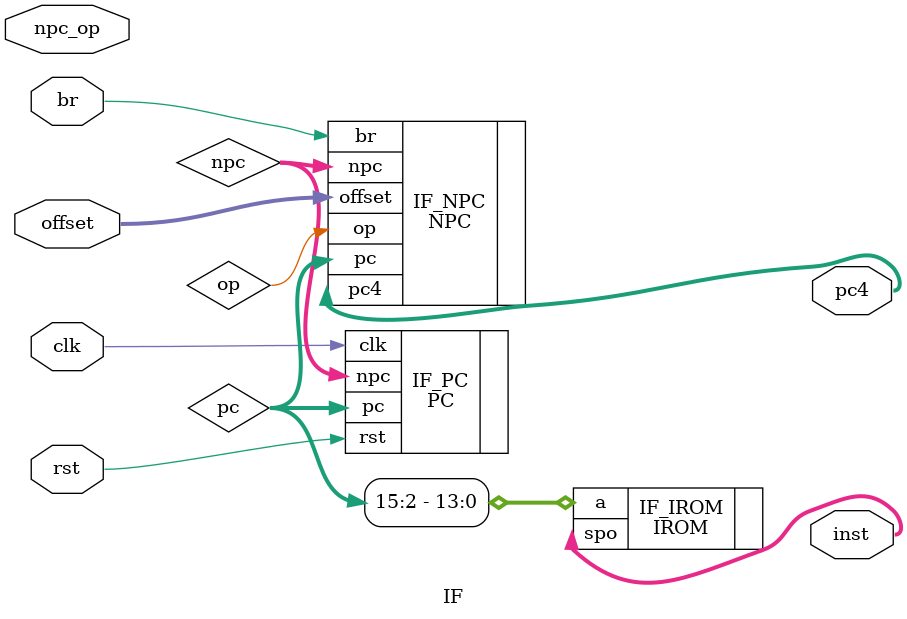
<source format=v>
`timescale 1ns / 1ps


module IF(
    input wire clk,
    input wire rst,
    input wire [31:0] offset,
    input wire br,
    input wire [1:0] npc_op,
    output wire [31:0] inst,
    output wire [31:0] pc4
    );
    
    wire [31:0] pc;
    wire [31:0] npc;
    
    NPC IF_NPC (
        .pc(pc),
        .offset(offset),
        .br(br),
        .op(op),
        .npc(npc),
        .pc4(pc4)
    );
    
    PC IF_PC (
        .clk(clk),
        .rst(rst),
        .npc(npc),
        .pc(pc)
    );
    
    IROM IF_IROM (
        .a(pc[15:2]),
        .spo(inst)
    );
endmodule

</source>
